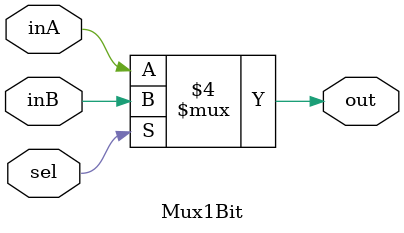
<source format=v>
`timescale 1ns / 1ps


module Mux1Bit(out, inA, inB, sel);

    output reg out;
    
    input  inA;
    input  inB;
    input sel;
always @(sel, inA, inB)begin
    if(sel == 1'b1) begin
        out <= inB;
        end
    else begin
        out <= inA;
end
end 

endmodule

</source>
